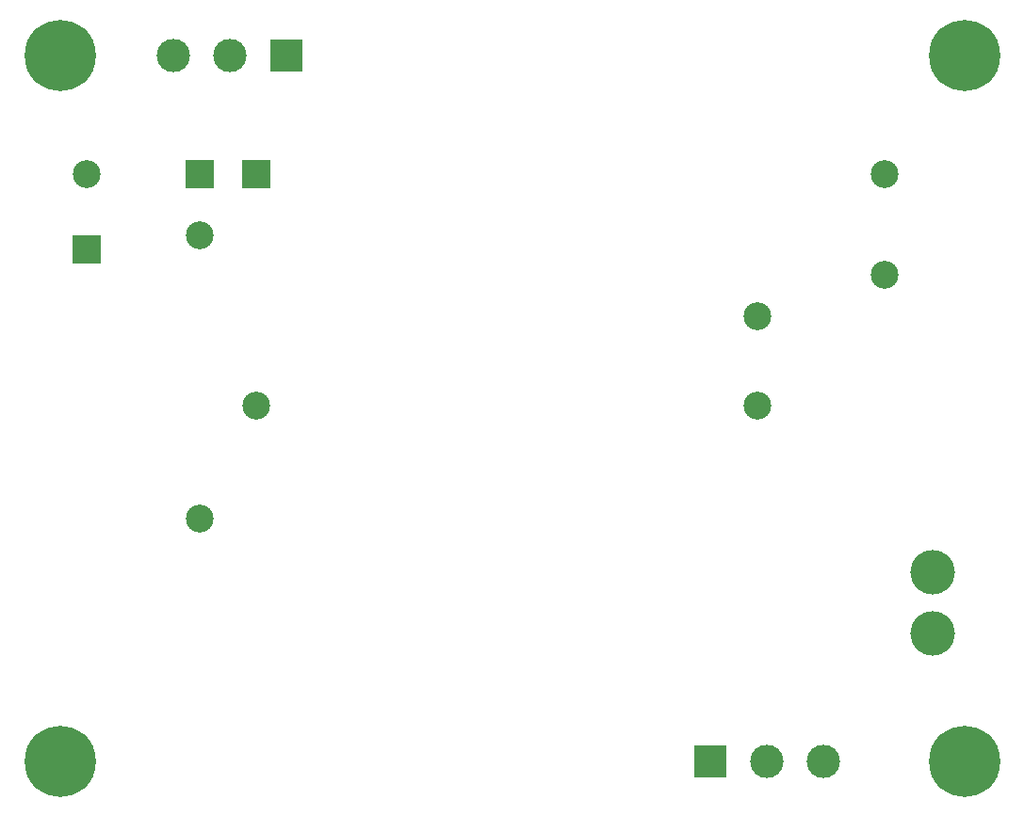
<source format=gbr>
G04 #@! TF.GenerationSoftware,KiCad,Pcbnew,(5.1.9)-1*
G04 #@! TF.CreationDate,2021-03-27T10:15:32+01:00*
G04 #@! TF.ProjectId,IoT12 Power Supply,496f5431-3220-4506-9f77-657220537570,rev?*
G04 #@! TF.SameCoordinates,Original*
G04 #@! TF.FileFunction,Soldermask,Bot*
G04 #@! TF.FilePolarity,Negative*
%FSLAX46Y46*%
G04 Gerber Fmt 4.6, Leading zero omitted, Abs format (unit mm)*
G04 Created by KiCad (PCBNEW (5.1.9)-1) date 2021-03-27 10:15:32*
%MOMM*%
%LPD*%
G01*
G04 APERTURE LIST*
%ADD10C,2.500000*%
%ADD11R,2.500000X2.500000*%
%ADD12C,4.000000*%
%ADD13C,0.800000*%
%ADD14C,6.400000*%
%ADD15C,3.000000*%
%ADD16R,3.000000X3.000000*%
G04 APERTURE END LIST*
D10*
X124333000Y-74651500D03*
X185833000Y-78151500D03*
D11*
X124333000Y-69151500D03*
D10*
X185833000Y-69151500D03*
X124333000Y-100151500D03*
D11*
X129413000Y-69151500D03*
D10*
X174413000Y-81951500D03*
X129413000Y-89951500D03*
X174413000Y-89951500D03*
D12*
X190198400Y-104914200D03*
D10*
X114198400Y-69164200D03*
D12*
X190198400Y-110414200D03*
D11*
X114198400Y-75914200D03*
D13*
X113457056Y-120222944D03*
X111760000Y-119520000D03*
X110062944Y-120222944D03*
X109360000Y-121920000D03*
X110062944Y-123617056D03*
X111760000Y-124320000D03*
X113457056Y-123617056D03*
X114160000Y-121920000D03*
D14*
X111760000Y-121920000D03*
D13*
X113457056Y-56722944D03*
X111760000Y-56020000D03*
X110062944Y-56722944D03*
X109360000Y-58420000D03*
X110062944Y-60117056D03*
X111760000Y-60820000D03*
X113457056Y-60117056D03*
X114160000Y-58420000D03*
D14*
X111760000Y-58420000D03*
D13*
X194737056Y-120222944D03*
X193040000Y-119520000D03*
X191342944Y-120222944D03*
X190640000Y-121920000D03*
X191342944Y-123617056D03*
X193040000Y-124320000D03*
X194737056Y-123617056D03*
X195440000Y-121920000D03*
D14*
X193040000Y-121920000D03*
D13*
X194737056Y-56722944D03*
X193040000Y-56020000D03*
X191342944Y-56722944D03*
X190640000Y-58420000D03*
X191342944Y-60117056D03*
X193040000Y-60820000D03*
X194737056Y-60117056D03*
X195440000Y-58420000D03*
D14*
X193040000Y-58420000D03*
D15*
X180340000Y-121920000D03*
X175260000Y-121920000D03*
D16*
X170180000Y-121920000D03*
D15*
X121920000Y-58420000D03*
X127000000Y-58420000D03*
D16*
X132080000Y-58420000D03*
M02*

</source>
